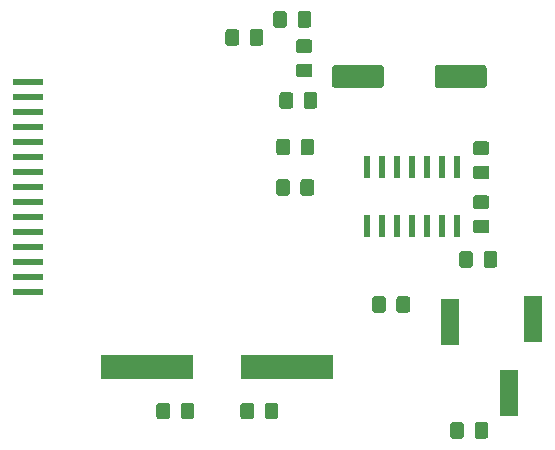
<source format=gbr>
G04 #@! TF.GenerationSoftware,KiCad,Pcbnew,(5.1.5)-3*
G04 #@! TF.CreationDate,2020-01-25T15:55:35+03:00*
G04 #@! TF.ProjectId,CASIO PB-1000 YM2413 Soundcard,43415349-4f20-4504-922d-313030302059,rev?*
G04 #@! TF.SameCoordinates,Original*
G04 #@! TF.FileFunction,Paste,Top*
G04 #@! TF.FilePolarity,Positive*
%FSLAX46Y46*%
G04 Gerber Fmt 4.6, Leading zero omitted, Abs format (unit mm)*
G04 Created by KiCad (PCBNEW (5.1.5)-3) date 2020-01-25 15:55:35*
%MOMM*%
%LPD*%
G04 APERTURE LIST*
%ADD10C,0.100000*%
%ADD11R,7.875000X2.000000*%
%ADD12R,0.558800X1.981200*%
%ADD13R,1.500000X4.000000*%
%ADD14R,2.540000X0.600000*%
G04 APERTURE END LIST*
D10*
G36*
X131921505Y-93281204D02*
G01*
X131945773Y-93284804D01*
X131969572Y-93290765D01*
X131992671Y-93299030D01*
X132014850Y-93309520D01*
X132035893Y-93322132D01*
X132055599Y-93336747D01*
X132073777Y-93353223D01*
X132090253Y-93371401D01*
X132104868Y-93391107D01*
X132117480Y-93412150D01*
X132127970Y-93434329D01*
X132136235Y-93457428D01*
X132142196Y-93481227D01*
X132145796Y-93505495D01*
X132147000Y-93529999D01*
X132147000Y-94430001D01*
X132145796Y-94454505D01*
X132142196Y-94478773D01*
X132136235Y-94502572D01*
X132127970Y-94525671D01*
X132117480Y-94547850D01*
X132104868Y-94568893D01*
X132090253Y-94588599D01*
X132073777Y-94606777D01*
X132055599Y-94623253D01*
X132035893Y-94637868D01*
X132014850Y-94650480D01*
X131992671Y-94660970D01*
X131969572Y-94669235D01*
X131945773Y-94675196D01*
X131921505Y-94678796D01*
X131897001Y-94680000D01*
X131246999Y-94680000D01*
X131222495Y-94678796D01*
X131198227Y-94675196D01*
X131174428Y-94669235D01*
X131151329Y-94660970D01*
X131129150Y-94650480D01*
X131108107Y-94637868D01*
X131088401Y-94623253D01*
X131070223Y-94606777D01*
X131053747Y-94588599D01*
X131039132Y-94568893D01*
X131026520Y-94547850D01*
X131016030Y-94525671D01*
X131007765Y-94502572D01*
X131001804Y-94478773D01*
X130998204Y-94454505D01*
X130997000Y-94430001D01*
X130997000Y-93529999D01*
X130998204Y-93505495D01*
X131001804Y-93481227D01*
X131007765Y-93457428D01*
X131016030Y-93434329D01*
X131026520Y-93412150D01*
X131039132Y-93391107D01*
X131053747Y-93371401D01*
X131070223Y-93353223D01*
X131088401Y-93336747D01*
X131108107Y-93322132D01*
X131129150Y-93309520D01*
X131151329Y-93299030D01*
X131174428Y-93290765D01*
X131198227Y-93284804D01*
X131222495Y-93281204D01*
X131246999Y-93280000D01*
X131897001Y-93280000D01*
X131921505Y-93281204D01*
G37*
G36*
X133971505Y-93281204D02*
G01*
X133995773Y-93284804D01*
X134019572Y-93290765D01*
X134042671Y-93299030D01*
X134064850Y-93309520D01*
X134085893Y-93322132D01*
X134105599Y-93336747D01*
X134123777Y-93353223D01*
X134140253Y-93371401D01*
X134154868Y-93391107D01*
X134167480Y-93412150D01*
X134177970Y-93434329D01*
X134186235Y-93457428D01*
X134192196Y-93481227D01*
X134195796Y-93505495D01*
X134197000Y-93529999D01*
X134197000Y-94430001D01*
X134195796Y-94454505D01*
X134192196Y-94478773D01*
X134186235Y-94502572D01*
X134177970Y-94525671D01*
X134167480Y-94547850D01*
X134154868Y-94568893D01*
X134140253Y-94588599D01*
X134123777Y-94606777D01*
X134105599Y-94623253D01*
X134085893Y-94637868D01*
X134064850Y-94650480D01*
X134042671Y-94660970D01*
X134019572Y-94669235D01*
X133995773Y-94675196D01*
X133971505Y-94678796D01*
X133947001Y-94680000D01*
X133296999Y-94680000D01*
X133272495Y-94678796D01*
X133248227Y-94675196D01*
X133224428Y-94669235D01*
X133201329Y-94660970D01*
X133179150Y-94650480D01*
X133158107Y-94637868D01*
X133138401Y-94623253D01*
X133120223Y-94606777D01*
X133103747Y-94588599D01*
X133089132Y-94568893D01*
X133076520Y-94547850D01*
X133066030Y-94525671D01*
X133057765Y-94502572D01*
X133051804Y-94478773D01*
X133048204Y-94454505D01*
X133047000Y-94430001D01*
X133047000Y-93529999D01*
X133048204Y-93505495D01*
X133051804Y-93481227D01*
X133057765Y-93457428D01*
X133066030Y-93434329D01*
X133076520Y-93412150D01*
X133089132Y-93391107D01*
X133103747Y-93371401D01*
X133120223Y-93353223D01*
X133138401Y-93336747D01*
X133158107Y-93322132D01*
X133179150Y-93309520D01*
X133201329Y-93299030D01*
X133224428Y-93290765D01*
X133248227Y-93284804D01*
X133272495Y-93281204D01*
X133296999Y-93280000D01*
X133947001Y-93280000D01*
X133971505Y-93281204D01*
G37*
D11*
X136239500Y-121920000D03*
X124364500Y-121920000D03*
D12*
X143002000Y-104978200D03*
X144272000Y-104978200D03*
X145542000Y-104978200D03*
X146812000Y-104978200D03*
X148082000Y-104978200D03*
X149352000Y-104978200D03*
X150622000Y-104978200D03*
X150622000Y-109905800D03*
X149352000Y-109905800D03*
X148082000Y-109905800D03*
X146812000Y-109905800D03*
X145542000Y-109905800D03*
X144272000Y-109905800D03*
X143002000Y-109905800D03*
D10*
G36*
X153128505Y-109408204D02*
G01*
X153152773Y-109411804D01*
X153176572Y-109417765D01*
X153199671Y-109426030D01*
X153221850Y-109436520D01*
X153242893Y-109449132D01*
X153262599Y-109463747D01*
X153280777Y-109480223D01*
X153297253Y-109498401D01*
X153311868Y-109518107D01*
X153324480Y-109539150D01*
X153334970Y-109561329D01*
X153343235Y-109584428D01*
X153349196Y-109608227D01*
X153352796Y-109632495D01*
X153354000Y-109656999D01*
X153354000Y-110307001D01*
X153352796Y-110331505D01*
X153349196Y-110355773D01*
X153343235Y-110379572D01*
X153334970Y-110402671D01*
X153324480Y-110424850D01*
X153311868Y-110445893D01*
X153297253Y-110465599D01*
X153280777Y-110483777D01*
X153262599Y-110500253D01*
X153242893Y-110514868D01*
X153221850Y-110527480D01*
X153199671Y-110537970D01*
X153176572Y-110546235D01*
X153152773Y-110552196D01*
X153128505Y-110555796D01*
X153104001Y-110557000D01*
X152203999Y-110557000D01*
X152179495Y-110555796D01*
X152155227Y-110552196D01*
X152131428Y-110546235D01*
X152108329Y-110537970D01*
X152086150Y-110527480D01*
X152065107Y-110514868D01*
X152045401Y-110500253D01*
X152027223Y-110483777D01*
X152010747Y-110465599D01*
X151996132Y-110445893D01*
X151983520Y-110424850D01*
X151973030Y-110402671D01*
X151964765Y-110379572D01*
X151958804Y-110355773D01*
X151955204Y-110331505D01*
X151954000Y-110307001D01*
X151954000Y-109656999D01*
X151955204Y-109632495D01*
X151958804Y-109608227D01*
X151964765Y-109584428D01*
X151973030Y-109561329D01*
X151983520Y-109539150D01*
X151996132Y-109518107D01*
X152010747Y-109498401D01*
X152027223Y-109480223D01*
X152045401Y-109463747D01*
X152065107Y-109449132D01*
X152086150Y-109436520D01*
X152108329Y-109426030D01*
X152131428Y-109417765D01*
X152155227Y-109411804D01*
X152179495Y-109408204D01*
X152203999Y-109407000D01*
X153104001Y-109407000D01*
X153128505Y-109408204D01*
G37*
G36*
X153128505Y-107358204D02*
G01*
X153152773Y-107361804D01*
X153176572Y-107367765D01*
X153199671Y-107376030D01*
X153221850Y-107386520D01*
X153242893Y-107399132D01*
X153262599Y-107413747D01*
X153280777Y-107430223D01*
X153297253Y-107448401D01*
X153311868Y-107468107D01*
X153324480Y-107489150D01*
X153334970Y-107511329D01*
X153343235Y-107534428D01*
X153349196Y-107558227D01*
X153352796Y-107582495D01*
X153354000Y-107606999D01*
X153354000Y-108257001D01*
X153352796Y-108281505D01*
X153349196Y-108305773D01*
X153343235Y-108329572D01*
X153334970Y-108352671D01*
X153324480Y-108374850D01*
X153311868Y-108395893D01*
X153297253Y-108415599D01*
X153280777Y-108433777D01*
X153262599Y-108450253D01*
X153242893Y-108464868D01*
X153221850Y-108477480D01*
X153199671Y-108487970D01*
X153176572Y-108496235D01*
X153152773Y-108502196D01*
X153128505Y-108505796D01*
X153104001Y-108507000D01*
X152203999Y-108507000D01*
X152179495Y-108505796D01*
X152155227Y-108502196D01*
X152131428Y-108496235D01*
X152108329Y-108487970D01*
X152086150Y-108477480D01*
X152065107Y-108464868D01*
X152045401Y-108450253D01*
X152027223Y-108433777D01*
X152010747Y-108415599D01*
X151996132Y-108395893D01*
X151983520Y-108374850D01*
X151973030Y-108352671D01*
X151964765Y-108329572D01*
X151958804Y-108305773D01*
X151955204Y-108281505D01*
X151954000Y-108257001D01*
X151954000Y-107606999D01*
X151955204Y-107582495D01*
X151958804Y-107558227D01*
X151964765Y-107534428D01*
X151973030Y-107511329D01*
X151983520Y-107489150D01*
X151996132Y-107468107D01*
X152010747Y-107448401D01*
X152027223Y-107430223D01*
X152045401Y-107413747D01*
X152065107Y-107399132D01*
X152086150Y-107386520D01*
X152108329Y-107376030D01*
X152131428Y-107367765D01*
X152155227Y-107361804D01*
X152179495Y-107358204D01*
X152203999Y-107357000D01*
X153104001Y-107357000D01*
X153128505Y-107358204D01*
G37*
G36*
X151724505Y-112077204D02*
G01*
X151748773Y-112080804D01*
X151772572Y-112086765D01*
X151795671Y-112095030D01*
X151817850Y-112105520D01*
X151838893Y-112118132D01*
X151858599Y-112132747D01*
X151876777Y-112149223D01*
X151893253Y-112167401D01*
X151907868Y-112187107D01*
X151920480Y-112208150D01*
X151930970Y-112230329D01*
X151939235Y-112253428D01*
X151945196Y-112277227D01*
X151948796Y-112301495D01*
X151950000Y-112325999D01*
X151950000Y-113226001D01*
X151948796Y-113250505D01*
X151945196Y-113274773D01*
X151939235Y-113298572D01*
X151930970Y-113321671D01*
X151920480Y-113343850D01*
X151907868Y-113364893D01*
X151893253Y-113384599D01*
X151876777Y-113402777D01*
X151858599Y-113419253D01*
X151838893Y-113433868D01*
X151817850Y-113446480D01*
X151795671Y-113456970D01*
X151772572Y-113465235D01*
X151748773Y-113471196D01*
X151724505Y-113474796D01*
X151700001Y-113476000D01*
X151049999Y-113476000D01*
X151025495Y-113474796D01*
X151001227Y-113471196D01*
X150977428Y-113465235D01*
X150954329Y-113456970D01*
X150932150Y-113446480D01*
X150911107Y-113433868D01*
X150891401Y-113419253D01*
X150873223Y-113402777D01*
X150856747Y-113384599D01*
X150842132Y-113364893D01*
X150829520Y-113343850D01*
X150819030Y-113321671D01*
X150810765Y-113298572D01*
X150804804Y-113274773D01*
X150801204Y-113250505D01*
X150800000Y-113226001D01*
X150800000Y-112325999D01*
X150801204Y-112301495D01*
X150804804Y-112277227D01*
X150810765Y-112253428D01*
X150819030Y-112230329D01*
X150829520Y-112208150D01*
X150842132Y-112187107D01*
X150856747Y-112167401D01*
X150873223Y-112149223D01*
X150891401Y-112132747D01*
X150911107Y-112118132D01*
X150932150Y-112105520D01*
X150954329Y-112095030D01*
X150977428Y-112086765D01*
X151001227Y-112080804D01*
X151025495Y-112077204D01*
X151049999Y-112076000D01*
X151700001Y-112076000D01*
X151724505Y-112077204D01*
G37*
G36*
X153774505Y-112077204D02*
G01*
X153798773Y-112080804D01*
X153822572Y-112086765D01*
X153845671Y-112095030D01*
X153867850Y-112105520D01*
X153888893Y-112118132D01*
X153908599Y-112132747D01*
X153926777Y-112149223D01*
X153943253Y-112167401D01*
X153957868Y-112187107D01*
X153970480Y-112208150D01*
X153980970Y-112230329D01*
X153989235Y-112253428D01*
X153995196Y-112277227D01*
X153998796Y-112301495D01*
X154000000Y-112325999D01*
X154000000Y-113226001D01*
X153998796Y-113250505D01*
X153995196Y-113274773D01*
X153989235Y-113298572D01*
X153980970Y-113321671D01*
X153970480Y-113343850D01*
X153957868Y-113364893D01*
X153943253Y-113384599D01*
X153926777Y-113402777D01*
X153908599Y-113419253D01*
X153888893Y-113433868D01*
X153867850Y-113446480D01*
X153845671Y-113456970D01*
X153822572Y-113465235D01*
X153798773Y-113471196D01*
X153774505Y-113474796D01*
X153750001Y-113476000D01*
X153099999Y-113476000D01*
X153075495Y-113474796D01*
X153051227Y-113471196D01*
X153027428Y-113465235D01*
X153004329Y-113456970D01*
X152982150Y-113446480D01*
X152961107Y-113433868D01*
X152941401Y-113419253D01*
X152923223Y-113402777D01*
X152906747Y-113384599D01*
X152892132Y-113364893D01*
X152879520Y-113343850D01*
X152869030Y-113321671D01*
X152860765Y-113298572D01*
X152854804Y-113274773D01*
X152851204Y-113250505D01*
X152850000Y-113226001D01*
X152850000Y-112325999D01*
X152851204Y-112301495D01*
X152854804Y-112277227D01*
X152860765Y-112253428D01*
X152869030Y-112230329D01*
X152879520Y-112208150D01*
X152892132Y-112187107D01*
X152906747Y-112167401D01*
X152923223Y-112149223D01*
X152941401Y-112132747D01*
X152961107Y-112118132D01*
X152982150Y-112105520D01*
X153004329Y-112095030D01*
X153027428Y-112086765D01*
X153051227Y-112080804D01*
X153075495Y-112077204D01*
X153099999Y-112076000D01*
X153750001Y-112076000D01*
X153774505Y-112077204D01*
G37*
G36*
X136493505Y-98615204D02*
G01*
X136517773Y-98618804D01*
X136541572Y-98624765D01*
X136564671Y-98633030D01*
X136586850Y-98643520D01*
X136607893Y-98656132D01*
X136627599Y-98670747D01*
X136645777Y-98687223D01*
X136662253Y-98705401D01*
X136676868Y-98725107D01*
X136689480Y-98746150D01*
X136699970Y-98768329D01*
X136708235Y-98791428D01*
X136714196Y-98815227D01*
X136717796Y-98839495D01*
X136719000Y-98863999D01*
X136719000Y-99764001D01*
X136717796Y-99788505D01*
X136714196Y-99812773D01*
X136708235Y-99836572D01*
X136699970Y-99859671D01*
X136689480Y-99881850D01*
X136676868Y-99902893D01*
X136662253Y-99922599D01*
X136645777Y-99940777D01*
X136627599Y-99957253D01*
X136607893Y-99971868D01*
X136586850Y-99984480D01*
X136564671Y-99994970D01*
X136541572Y-100003235D01*
X136517773Y-100009196D01*
X136493505Y-100012796D01*
X136469001Y-100014000D01*
X135818999Y-100014000D01*
X135794495Y-100012796D01*
X135770227Y-100009196D01*
X135746428Y-100003235D01*
X135723329Y-99994970D01*
X135701150Y-99984480D01*
X135680107Y-99971868D01*
X135660401Y-99957253D01*
X135642223Y-99940777D01*
X135625747Y-99922599D01*
X135611132Y-99902893D01*
X135598520Y-99881850D01*
X135588030Y-99859671D01*
X135579765Y-99836572D01*
X135573804Y-99812773D01*
X135570204Y-99788505D01*
X135569000Y-99764001D01*
X135569000Y-98863999D01*
X135570204Y-98839495D01*
X135573804Y-98815227D01*
X135579765Y-98791428D01*
X135588030Y-98768329D01*
X135598520Y-98746150D01*
X135611132Y-98725107D01*
X135625747Y-98705401D01*
X135642223Y-98687223D01*
X135660401Y-98670747D01*
X135680107Y-98656132D01*
X135701150Y-98643520D01*
X135723329Y-98633030D01*
X135746428Y-98624765D01*
X135770227Y-98618804D01*
X135794495Y-98615204D01*
X135818999Y-98614000D01*
X136469001Y-98614000D01*
X136493505Y-98615204D01*
G37*
G36*
X138543505Y-98615204D02*
G01*
X138567773Y-98618804D01*
X138591572Y-98624765D01*
X138614671Y-98633030D01*
X138636850Y-98643520D01*
X138657893Y-98656132D01*
X138677599Y-98670747D01*
X138695777Y-98687223D01*
X138712253Y-98705401D01*
X138726868Y-98725107D01*
X138739480Y-98746150D01*
X138749970Y-98768329D01*
X138758235Y-98791428D01*
X138764196Y-98815227D01*
X138767796Y-98839495D01*
X138769000Y-98863999D01*
X138769000Y-99764001D01*
X138767796Y-99788505D01*
X138764196Y-99812773D01*
X138758235Y-99836572D01*
X138749970Y-99859671D01*
X138739480Y-99881850D01*
X138726868Y-99902893D01*
X138712253Y-99922599D01*
X138695777Y-99940777D01*
X138677599Y-99957253D01*
X138657893Y-99971868D01*
X138636850Y-99984480D01*
X138614671Y-99994970D01*
X138591572Y-100003235D01*
X138567773Y-100009196D01*
X138543505Y-100012796D01*
X138519001Y-100014000D01*
X137868999Y-100014000D01*
X137844495Y-100012796D01*
X137820227Y-100009196D01*
X137796428Y-100003235D01*
X137773329Y-99994970D01*
X137751150Y-99984480D01*
X137730107Y-99971868D01*
X137710401Y-99957253D01*
X137692223Y-99940777D01*
X137675747Y-99922599D01*
X137661132Y-99902893D01*
X137648520Y-99881850D01*
X137638030Y-99859671D01*
X137629765Y-99836572D01*
X137623804Y-99812773D01*
X137620204Y-99788505D01*
X137619000Y-99764001D01*
X137619000Y-98863999D01*
X137620204Y-98839495D01*
X137623804Y-98815227D01*
X137629765Y-98791428D01*
X137638030Y-98768329D01*
X137648520Y-98746150D01*
X137661132Y-98725107D01*
X137675747Y-98705401D01*
X137692223Y-98687223D01*
X137710401Y-98670747D01*
X137730107Y-98656132D01*
X137751150Y-98643520D01*
X137773329Y-98633030D01*
X137796428Y-98624765D01*
X137820227Y-98618804D01*
X137844495Y-98615204D01*
X137868999Y-98614000D01*
X138519001Y-98614000D01*
X138543505Y-98615204D01*
G37*
G36*
X136221505Y-105981204D02*
G01*
X136245773Y-105984804D01*
X136269572Y-105990765D01*
X136292671Y-105999030D01*
X136314850Y-106009520D01*
X136335893Y-106022132D01*
X136355599Y-106036747D01*
X136373777Y-106053223D01*
X136390253Y-106071401D01*
X136404868Y-106091107D01*
X136417480Y-106112150D01*
X136427970Y-106134329D01*
X136436235Y-106157428D01*
X136442196Y-106181227D01*
X136445796Y-106205495D01*
X136447000Y-106229999D01*
X136447000Y-107130001D01*
X136445796Y-107154505D01*
X136442196Y-107178773D01*
X136436235Y-107202572D01*
X136427970Y-107225671D01*
X136417480Y-107247850D01*
X136404868Y-107268893D01*
X136390253Y-107288599D01*
X136373777Y-107306777D01*
X136355599Y-107323253D01*
X136335893Y-107337868D01*
X136314850Y-107350480D01*
X136292671Y-107360970D01*
X136269572Y-107369235D01*
X136245773Y-107375196D01*
X136221505Y-107378796D01*
X136197001Y-107380000D01*
X135546999Y-107380000D01*
X135522495Y-107378796D01*
X135498227Y-107375196D01*
X135474428Y-107369235D01*
X135451329Y-107360970D01*
X135429150Y-107350480D01*
X135408107Y-107337868D01*
X135388401Y-107323253D01*
X135370223Y-107306777D01*
X135353747Y-107288599D01*
X135339132Y-107268893D01*
X135326520Y-107247850D01*
X135316030Y-107225671D01*
X135307765Y-107202572D01*
X135301804Y-107178773D01*
X135298204Y-107154505D01*
X135297000Y-107130001D01*
X135297000Y-106229999D01*
X135298204Y-106205495D01*
X135301804Y-106181227D01*
X135307765Y-106157428D01*
X135316030Y-106134329D01*
X135326520Y-106112150D01*
X135339132Y-106091107D01*
X135353747Y-106071401D01*
X135370223Y-106053223D01*
X135388401Y-106036747D01*
X135408107Y-106022132D01*
X135429150Y-106009520D01*
X135451329Y-105999030D01*
X135474428Y-105990765D01*
X135498227Y-105984804D01*
X135522495Y-105981204D01*
X135546999Y-105980000D01*
X136197001Y-105980000D01*
X136221505Y-105981204D01*
G37*
G36*
X138271505Y-105981204D02*
G01*
X138295773Y-105984804D01*
X138319572Y-105990765D01*
X138342671Y-105999030D01*
X138364850Y-106009520D01*
X138385893Y-106022132D01*
X138405599Y-106036747D01*
X138423777Y-106053223D01*
X138440253Y-106071401D01*
X138454868Y-106091107D01*
X138467480Y-106112150D01*
X138477970Y-106134329D01*
X138486235Y-106157428D01*
X138492196Y-106181227D01*
X138495796Y-106205495D01*
X138497000Y-106229999D01*
X138497000Y-107130001D01*
X138495796Y-107154505D01*
X138492196Y-107178773D01*
X138486235Y-107202572D01*
X138477970Y-107225671D01*
X138467480Y-107247850D01*
X138454868Y-107268893D01*
X138440253Y-107288599D01*
X138423777Y-107306777D01*
X138405599Y-107323253D01*
X138385893Y-107337868D01*
X138364850Y-107350480D01*
X138342671Y-107360970D01*
X138319572Y-107369235D01*
X138295773Y-107375196D01*
X138271505Y-107378796D01*
X138247001Y-107380000D01*
X137596999Y-107380000D01*
X137572495Y-107378796D01*
X137548227Y-107375196D01*
X137524428Y-107369235D01*
X137501329Y-107360970D01*
X137479150Y-107350480D01*
X137458107Y-107337868D01*
X137438401Y-107323253D01*
X137420223Y-107306777D01*
X137403747Y-107288599D01*
X137389132Y-107268893D01*
X137376520Y-107247850D01*
X137366030Y-107225671D01*
X137357765Y-107202572D01*
X137351804Y-107178773D01*
X137348204Y-107154505D01*
X137347000Y-107130001D01*
X137347000Y-106229999D01*
X137348204Y-106205495D01*
X137351804Y-106181227D01*
X137357765Y-106157428D01*
X137366030Y-106134329D01*
X137376520Y-106112150D01*
X137389132Y-106091107D01*
X137403747Y-106071401D01*
X137420223Y-106053223D01*
X137438401Y-106036747D01*
X137458107Y-106022132D01*
X137479150Y-106009520D01*
X137501329Y-105999030D01*
X137524428Y-105990765D01*
X137548227Y-105984804D01*
X137572495Y-105981204D01*
X137596999Y-105980000D01*
X138247001Y-105980000D01*
X138271505Y-105981204D01*
G37*
G36*
X136230505Y-102552204D02*
G01*
X136254773Y-102555804D01*
X136278572Y-102561765D01*
X136301671Y-102570030D01*
X136323850Y-102580520D01*
X136344893Y-102593132D01*
X136364599Y-102607747D01*
X136382777Y-102624223D01*
X136399253Y-102642401D01*
X136413868Y-102662107D01*
X136426480Y-102683150D01*
X136436970Y-102705329D01*
X136445235Y-102728428D01*
X136451196Y-102752227D01*
X136454796Y-102776495D01*
X136456000Y-102800999D01*
X136456000Y-103701001D01*
X136454796Y-103725505D01*
X136451196Y-103749773D01*
X136445235Y-103773572D01*
X136436970Y-103796671D01*
X136426480Y-103818850D01*
X136413868Y-103839893D01*
X136399253Y-103859599D01*
X136382777Y-103877777D01*
X136364599Y-103894253D01*
X136344893Y-103908868D01*
X136323850Y-103921480D01*
X136301671Y-103931970D01*
X136278572Y-103940235D01*
X136254773Y-103946196D01*
X136230505Y-103949796D01*
X136206001Y-103951000D01*
X135555999Y-103951000D01*
X135531495Y-103949796D01*
X135507227Y-103946196D01*
X135483428Y-103940235D01*
X135460329Y-103931970D01*
X135438150Y-103921480D01*
X135417107Y-103908868D01*
X135397401Y-103894253D01*
X135379223Y-103877777D01*
X135362747Y-103859599D01*
X135348132Y-103839893D01*
X135335520Y-103818850D01*
X135325030Y-103796671D01*
X135316765Y-103773572D01*
X135310804Y-103749773D01*
X135307204Y-103725505D01*
X135306000Y-103701001D01*
X135306000Y-102800999D01*
X135307204Y-102776495D01*
X135310804Y-102752227D01*
X135316765Y-102728428D01*
X135325030Y-102705329D01*
X135335520Y-102683150D01*
X135348132Y-102662107D01*
X135362747Y-102642401D01*
X135379223Y-102624223D01*
X135397401Y-102607747D01*
X135417107Y-102593132D01*
X135438150Y-102580520D01*
X135460329Y-102570030D01*
X135483428Y-102561765D01*
X135507227Y-102555804D01*
X135531495Y-102552204D01*
X135555999Y-102551000D01*
X136206001Y-102551000D01*
X136230505Y-102552204D01*
G37*
G36*
X138280505Y-102552204D02*
G01*
X138304773Y-102555804D01*
X138328572Y-102561765D01*
X138351671Y-102570030D01*
X138373850Y-102580520D01*
X138394893Y-102593132D01*
X138414599Y-102607747D01*
X138432777Y-102624223D01*
X138449253Y-102642401D01*
X138463868Y-102662107D01*
X138476480Y-102683150D01*
X138486970Y-102705329D01*
X138495235Y-102728428D01*
X138501196Y-102752227D01*
X138504796Y-102776495D01*
X138506000Y-102800999D01*
X138506000Y-103701001D01*
X138504796Y-103725505D01*
X138501196Y-103749773D01*
X138495235Y-103773572D01*
X138486970Y-103796671D01*
X138476480Y-103818850D01*
X138463868Y-103839893D01*
X138449253Y-103859599D01*
X138432777Y-103877777D01*
X138414599Y-103894253D01*
X138394893Y-103908868D01*
X138373850Y-103921480D01*
X138351671Y-103931970D01*
X138328572Y-103940235D01*
X138304773Y-103946196D01*
X138280505Y-103949796D01*
X138256001Y-103951000D01*
X137605999Y-103951000D01*
X137581495Y-103949796D01*
X137557227Y-103946196D01*
X137533428Y-103940235D01*
X137510329Y-103931970D01*
X137488150Y-103921480D01*
X137467107Y-103908868D01*
X137447401Y-103894253D01*
X137429223Y-103877777D01*
X137412747Y-103859599D01*
X137398132Y-103839893D01*
X137385520Y-103818850D01*
X137375030Y-103796671D01*
X137366765Y-103773572D01*
X137360804Y-103749773D01*
X137357204Y-103725505D01*
X137356000Y-103701001D01*
X137356000Y-102800999D01*
X137357204Y-102776495D01*
X137360804Y-102752227D01*
X137366765Y-102728428D01*
X137375030Y-102705329D01*
X137385520Y-102683150D01*
X137398132Y-102662107D01*
X137412747Y-102642401D01*
X137429223Y-102624223D01*
X137447401Y-102607747D01*
X137467107Y-102593132D01*
X137488150Y-102580520D01*
X137510329Y-102570030D01*
X137533428Y-102561765D01*
X137557227Y-102555804D01*
X137581495Y-102552204D01*
X137605999Y-102551000D01*
X138256001Y-102551000D01*
X138280505Y-102552204D01*
G37*
G36*
X138142505Y-94150204D02*
G01*
X138166773Y-94153804D01*
X138190572Y-94159765D01*
X138213671Y-94168030D01*
X138235850Y-94178520D01*
X138256893Y-94191132D01*
X138276599Y-94205747D01*
X138294777Y-94222223D01*
X138311253Y-94240401D01*
X138325868Y-94260107D01*
X138338480Y-94281150D01*
X138348970Y-94303329D01*
X138357235Y-94326428D01*
X138363196Y-94350227D01*
X138366796Y-94374495D01*
X138368000Y-94398999D01*
X138368000Y-95049001D01*
X138366796Y-95073505D01*
X138363196Y-95097773D01*
X138357235Y-95121572D01*
X138348970Y-95144671D01*
X138338480Y-95166850D01*
X138325868Y-95187893D01*
X138311253Y-95207599D01*
X138294777Y-95225777D01*
X138276599Y-95242253D01*
X138256893Y-95256868D01*
X138235850Y-95269480D01*
X138213671Y-95279970D01*
X138190572Y-95288235D01*
X138166773Y-95294196D01*
X138142505Y-95297796D01*
X138118001Y-95299000D01*
X137217999Y-95299000D01*
X137193495Y-95297796D01*
X137169227Y-95294196D01*
X137145428Y-95288235D01*
X137122329Y-95279970D01*
X137100150Y-95269480D01*
X137079107Y-95256868D01*
X137059401Y-95242253D01*
X137041223Y-95225777D01*
X137024747Y-95207599D01*
X137010132Y-95187893D01*
X136997520Y-95166850D01*
X136987030Y-95144671D01*
X136978765Y-95121572D01*
X136972804Y-95097773D01*
X136969204Y-95073505D01*
X136968000Y-95049001D01*
X136968000Y-94398999D01*
X136969204Y-94374495D01*
X136972804Y-94350227D01*
X136978765Y-94326428D01*
X136987030Y-94303329D01*
X136997520Y-94281150D01*
X137010132Y-94260107D01*
X137024747Y-94240401D01*
X137041223Y-94222223D01*
X137059401Y-94205747D01*
X137079107Y-94191132D01*
X137100150Y-94178520D01*
X137122329Y-94168030D01*
X137145428Y-94159765D01*
X137169227Y-94153804D01*
X137193495Y-94150204D01*
X137217999Y-94149000D01*
X138118001Y-94149000D01*
X138142505Y-94150204D01*
G37*
G36*
X138142505Y-96200204D02*
G01*
X138166773Y-96203804D01*
X138190572Y-96209765D01*
X138213671Y-96218030D01*
X138235850Y-96228520D01*
X138256893Y-96241132D01*
X138276599Y-96255747D01*
X138294777Y-96272223D01*
X138311253Y-96290401D01*
X138325868Y-96310107D01*
X138338480Y-96331150D01*
X138348970Y-96353329D01*
X138357235Y-96376428D01*
X138363196Y-96400227D01*
X138366796Y-96424495D01*
X138368000Y-96448999D01*
X138368000Y-97099001D01*
X138366796Y-97123505D01*
X138363196Y-97147773D01*
X138357235Y-97171572D01*
X138348970Y-97194671D01*
X138338480Y-97216850D01*
X138325868Y-97237893D01*
X138311253Y-97257599D01*
X138294777Y-97275777D01*
X138276599Y-97292253D01*
X138256893Y-97306868D01*
X138235850Y-97319480D01*
X138213671Y-97329970D01*
X138190572Y-97338235D01*
X138166773Y-97344196D01*
X138142505Y-97347796D01*
X138118001Y-97349000D01*
X137217999Y-97349000D01*
X137193495Y-97347796D01*
X137169227Y-97344196D01*
X137145428Y-97338235D01*
X137122329Y-97329970D01*
X137100150Y-97319480D01*
X137079107Y-97306868D01*
X137059401Y-97292253D01*
X137041223Y-97275777D01*
X137024747Y-97257599D01*
X137010132Y-97237893D01*
X136997520Y-97216850D01*
X136987030Y-97194671D01*
X136978765Y-97171572D01*
X136972804Y-97147773D01*
X136969204Y-97123505D01*
X136968000Y-97099001D01*
X136968000Y-96448999D01*
X136969204Y-96424495D01*
X136972804Y-96400227D01*
X136978765Y-96376428D01*
X136987030Y-96353329D01*
X136997520Y-96331150D01*
X137010132Y-96310107D01*
X137024747Y-96290401D01*
X137041223Y-96272223D01*
X137059401Y-96255747D01*
X137079107Y-96241132D01*
X137100150Y-96228520D01*
X137122329Y-96218030D01*
X137145428Y-96209765D01*
X137169227Y-96203804D01*
X137193495Y-96200204D01*
X137217999Y-96199000D01*
X138118001Y-96199000D01*
X138142505Y-96200204D01*
G37*
G36*
X138026505Y-91757204D02*
G01*
X138050773Y-91760804D01*
X138074572Y-91766765D01*
X138097671Y-91775030D01*
X138119850Y-91785520D01*
X138140893Y-91798132D01*
X138160599Y-91812747D01*
X138178777Y-91829223D01*
X138195253Y-91847401D01*
X138209868Y-91867107D01*
X138222480Y-91888150D01*
X138232970Y-91910329D01*
X138241235Y-91933428D01*
X138247196Y-91957227D01*
X138250796Y-91981495D01*
X138252000Y-92005999D01*
X138252000Y-92906001D01*
X138250796Y-92930505D01*
X138247196Y-92954773D01*
X138241235Y-92978572D01*
X138232970Y-93001671D01*
X138222480Y-93023850D01*
X138209868Y-93044893D01*
X138195253Y-93064599D01*
X138178777Y-93082777D01*
X138160599Y-93099253D01*
X138140893Y-93113868D01*
X138119850Y-93126480D01*
X138097671Y-93136970D01*
X138074572Y-93145235D01*
X138050773Y-93151196D01*
X138026505Y-93154796D01*
X138002001Y-93156000D01*
X137351999Y-93156000D01*
X137327495Y-93154796D01*
X137303227Y-93151196D01*
X137279428Y-93145235D01*
X137256329Y-93136970D01*
X137234150Y-93126480D01*
X137213107Y-93113868D01*
X137193401Y-93099253D01*
X137175223Y-93082777D01*
X137158747Y-93064599D01*
X137144132Y-93044893D01*
X137131520Y-93023850D01*
X137121030Y-93001671D01*
X137112765Y-92978572D01*
X137106804Y-92954773D01*
X137103204Y-92930505D01*
X137102000Y-92906001D01*
X137102000Y-92005999D01*
X137103204Y-91981495D01*
X137106804Y-91957227D01*
X137112765Y-91933428D01*
X137121030Y-91910329D01*
X137131520Y-91888150D01*
X137144132Y-91867107D01*
X137158747Y-91847401D01*
X137175223Y-91829223D01*
X137193401Y-91812747D01*
X137213107Y-91798132D01*
X137234150Y-91785520D01*
X137256329Y-91775030D01*
X137279428Y-91766765D01*
X137303227Y-91760804D01*
X137327495Y-91757204D01*
X137351999Y-91756000D01*
X138002001Y-91756000D01*
X138026505Y-91757204D01*
G37*
G36*
X135976505Y-91757204D02*
G01*
X136000773Y-91760804D01*
X136024572Y-91766765D01*
X136047671Y-91775030D01*
X136069850Y-91785520D01*
X136090893Y-91798132D01*
X136110599Y-91812747D01*
X136128777Y-91829223D01*
X136145253Y-91847401D01*
X136159868Y-91867107D01*
X136172480Y-91888150D01*
X136182970Y-91910329D01*
X136191235Y-91933428D01*
X136197196Y-91957227D01*
X136200796Y-91981495D01*
X136202000Y-92005999D01*
X136202000Y-92906001D01*
X136200796Y-92930505D01*
X136197196Y-92954773D01*
X136191235Y-92978572D01*
X136182970Y-93001671D01*
X136172480Y-93023850D01*
X136159868Y-93044893D01*
X136145253Y-93064599D01*
X136128777Y-93082777D01*
X136110599Y-93099253D01*
X136090893Y-93113868D01*
X136069850Y-93126480D01*
X136047671Y-93136970D01*
X136024572Y-93145235D01*
X136000773Y-93151196D01*
X135976505Y-93154796D01*
X135952001Y-93156000D01*
X135301999Y-93156000D01*
X135277495Y-93154796D01*
X135253227Y-93151196D01*
X135229428Y-93145235D01*
X135206329Y-93136970D01*
X135184150Y-93126480D01*
X135163107Y-93113868D01*
X135143401Y-93099253D01*
X135125223Y-93082777D01*
X135108747Y-93064599D01*
X135094132Y-93044893D01*
X135081520Y-93023850D01*
X135071030Y-93001671D01*
X135062765Y-92978572D01*
X135056804Y-92954773D01*
X135053204Y-92930505D01*
X135052000Y-92906001D01*
X135052000Y-92005999D01*
X135053204Y-91981495D01*
X135056804Y-91957227D01*
X135062765Y-91933428D01*
X135071030Y-91910329D01*
X135081520Y-91888150D01*
X135094132Y-91867107D01*
X135108747Y-91847401D01*
X135125223Y-91829223D01*
X135143401Y-91812747D01*
X135163107Y-91798132D01*
X135184150Y-91785520D01*
X135206329Y-91775030D01*
X135229428Y-91766765D01*
X135253227Y-91760804D01*
X135277495Y-91757204D01*
X135301999Y-91756000D01*
X135952001Y-91756000D01*
X135976505Y-91757204D01*
G37*
D13*
X150011000Y-118081000D03*
X155011000Y-124081000D03*
X157011000Y-117831000D03*
D14*
X114300000Y-97790000D03*
X114300000Y-99060000D03*
X114300000Y-100330000D03*
X114300000Y-101600000D03*
X114300000Y-102870000D03*
X114300000Y-104140000D03*
X114300000Y-105410000D03*
X114300000Y-106680000D03*
X114300000Y-107950000D03*
X114300000Y-109220000D03*
X114300000Y-110490000D03*
X114300000Y-111760000D03*
X114300000Y-113030000D03*
X114300000Y-114300000D03*
X114300000Y-115570000D03*
D10*
G36*
X153012505Y-126555204D02*
G01*
X153036773Y-126558804D01*
X153060572Y-126564765D01*
X153083671Y-126573030D01*
X153105850Y-126583520D01*
X153126893Y-126596132D01*
X153146599Y-126610747D01*
X153164777Y-126627223D01*
X153181253Y-126645401D01*
X153195868Y-126665107D01*
X153208480Y-126686150D01*
X153218970Y-126708329D01*
X153227235Y-126731428D01*
X153233196Y-126755227D01*
X153236796Y-126779495D01*
X153238000Y-126803999D01*
X153238000Y-127704001D01*
X153236796Y-127728505D01*
X153233196Y-127752773D01*
X153227235Y-127776572D01*
X153218970Y-127799671D01*
X153208480Y-127821850D01*
X153195868Y-127842893D01*
X153181253Y-127862599D01*
X153164777Y-127880777D01*
X153146599Y-127897253D01*
X153126893Y-127911868D01*
X153105850Y-127924480D01*
X153083671Y-127934970D01*
X153060572Y-127943235D01*
X153036773Y-127949196D01*
X153012505Y-127952796D01*
X152988001Y-127954000D01*
X152337999Y-127954000D01*
X152313495Y-127952796D01*
X152289227Y-127949196D01*
X152265428Y-127943235D01*
X152242329Y-127934970D01*
X152220150Y-127924480D01*
X152199107Y-127911868D01*
X152179401Y-127897253D01*
X152161223Y-127880777D01*
X152144747Y-127862599D01*
X152130132Y-127842893D01*
X152117520Y-127821850D01*
X152107030Y-127799671D01*
X152098765Y-127776572D01*
X152092804Y-127752773D01*
X152089204Y-127728505D01*
X152088000Y-127704001D01*
X152088000Y-126803999D01*
X152089204Y-126779495D01*
X152092804Y-126755227D01*
X152098765Y-126731428D01*
X152107030Y-126708329D01*
X152117520Y-126686150D01*
X152130132Y-126665107D01*
X152144747Y-126645401D01*
X152161223Y-126627223D01*
X152179401Y-126610747D01*
X152199107Y-126596132D01*
X152220150Y-126583520D01*
X152242329Y-126573030D01*
X152265428Y-126564765D01*
X152289227Y-126558804D01*
X152313495Y-126555204D01*
X152337999Y-126554000D01*
X152988001Y-126554000D01*
X153012505Y-126555204D01*
G37*
G36*
X150962505Y-126555204D02*
G01*
X150986773Y-126558804D01*
X151010572Y-126564765D01*
X151033671Y-126573030D01*
X151055850Y-126583520D01*
X151076893Y-126596132D01*
X151096599Y-126610747D01*
X151114777Y-126627223D01*
X151131253Y-126645401D01*
X151145868Y-126665107D01*
X151158480Y-126686150D01*
X151168970Y-126708329D01*
X151177235Y-126731428D01*
X151183196Y-126755227D01*
X151186796Y-126779495D01*
X151188000Y-126803999D01*
X151188000Y-127704001D01*
X151186796Y-127728505D01*
X151183196Y-127752773D01*
X151177235Y-127776572D01*
X151168970Y-127799671D01*
X151158480Y-127821850D01*
X151145868Y-127842893D01*
X151131253Y-127862599D01*
X151114777Y-127880777D01*
X151096599Y-127897253D01*
X151076893Y-127911868D01*
X151055850Y-127924480D01*
X151033671Y-127934970D01*
X151010572Y-127943235D01*
X150986773Y-127949196D01*
X150962505Y-127952796D01*
X150938001Y-127954000D01*
X150287999Y-127954000D01*
X150263495Y-127952796D01*
X150239227Y-127949196D01*
X150215428Y-127943235D01*
X150192329Y-127934970D01*
X150170150Y-127924480D01*
X150149107Y-127911868D01*
X150129401Y-127897253D01*
X150111223Y-127880777D01*
X150094747Y-127862599D01*
X150080132Y-127842893D01*
X150067520Y-127821850D01*
X150057030Y-127799671D01*
X150048765Y-127776572D01*
X150042804Y-127752773D01*
X150039204Y-127728505D01*
X150038000Y-127704001D01*
X150038000Y-126803999D01*
X150039204Y-126779495D01*
X150042804Y-126755227D01*
X150048765Y-126731428D01*
X150057030Y-126708329D01*
X150067520Y-126686150D01*
X150080132Y-126665107D01*
X150094747Y-126645401D01*
X150111223Y-126627223D01*
X150129401Y-126610747D01*
X150149107Y-126596132D01*
X150170150Y-126583520D01*
X150192329Y-126573030D01*
X150215428Y-126564765D01*
X150239227Y-126558804D01*
X150263495Y-126555204D01*
X150287999Y-126554000D01*
X150938001Y-126554000D01*
X150962505Y-126555204D01*
G37*
G36*
X146399505Y-115887204D02*
G01*
X146423773Y-115890804D01*
X146447572Y-115896765D01*
X146470671Y-115905030D01*
X146492850Y-115915520D01*
X146513893Y-115928132D01*
X146533599Y-115942747D01*
X146551777Y-115959223D01*
X146568253Y-115977401D01*
X146582868Y-115997107D01*
X146595480Y-116018150D01*
X146605970Y-116040329D01*
X146614235Y-116063428D01*
X146620196Y-116087227D01*
X146623796Y-116111495D01*
X146625000Y-116135999D01*
X146625000Y-117036001D01*
X146623796Y-117060505D01*
X146620196Y-117084773D01*
X146614235Y-117108572D01*
X146605970Y-117131671D01*
X146595480Y-117153850D01*
X146582868Y-117174893D01*
X146568253Y-117194599D01*
X146551777Y-117212777D01*
X146533599Y-117229253D01*
X146513893Y-117243868D01*
X146492850Y-117256480D01*
X146470671Y-117266970D01*
X146447572Y-117275235D01*
X146423773Y-117281196D01*
X146399505Y-117284796D01*
X146375001Y-117286000D01*
X145724999Y-117286000D01*
X145700495Y-117284796D01*
X145676227Y-117281196D01*
X145652428Y-117275235D01*
X145629329Y-117266970D01*
X145607150Y-117256480D01*
X145586107Y-117243868D01*
X145566401Y-117229253D01*
X145548223Y-117212777D01*
X145531747Y-117194599D01*
X145517132Y-117174893D01*
X145504520Y-117153850D01*
X145494030Y-117131671D01*
X145485765Y-117108572D01*
X145479804Y-117084773D01*
X145476204Y-117060505D01*
X145475000Y-117036001D01*
X145475000Y-116135999D01*
X145476204Y-116111495D01*
X145479804Y-116087227D01*
X145485765Y-116063428D01*
X145494030Y-116040329D01*
X145504520Y-116018150D01*
X145517132Y-115997107D01*
X145531747Y-115977401D01*
X145548223Y-115959223D01*
X145566401Y-115942747D01*
X145586107Y-115928132D01*
X145607150Y-115915520D01*
X145629329Y-115905030D01*
X145652428Y-115896765D01*
X145676227Y-115890804D01*
X145700495Y-115887204D01*
X145724999Y-115886000D01*
X146375001Y-115886000D01*
X146399505Y-115887204D01*
G37*
G36*
X144349505Y-115887204D02*
G01*
X144373773Y-115890804D01*
X144397572Y-115896765D01*
X144420671Y-115905030D01*
X144442850Y-115915520D01*
X144463893Y-115928132D01*
X144483599Y-115942747D01*
X144501777Y-115959223D01*
X144518253Y-115977401D01*
X144532868Y-115997107D01*
X144545480Y-116018150D01*
X144555970Y-116040329D01*
X144564235Y-116063428D01*
X144570196Y-116087227D01*
X144573796Y-116111495D01*
X144575000Y-116135999D01*
X144575000Y-117036001D01*
X144573796Y-117060505D01*
X144570196Y-117084773D01*
X144564235Y-117108572D01*
X144555970Y-117131671D01*
X144545480Y-117153850D01*
X144532868Y-117174893D01*
X144518253Y-117194599D01*
X144501777Y-117212777D01*
X144483599Y-117229253D01*
X144463893Y-117243868D01*
X144442850Y-117256480D01*
X144420671Y-117266970D01*
X144397572Y-117275235D01*
X144373773Y-117281196D01*
X144349505Y-117284796D01*
X144325001Y-117286000D01*
X143674999Y-117286000D01*
X143650495Y-117284796D01*
X143626227Y-117281196D01*
X143602428Y-117275235D01*
X143579329Y-117266970D01*
X143557150Y-117256480D01*
X143536107Y-117243868D01*
X143516401Y-117229253D01*
X143498223Y-117212777D01*
X143481747Y-117194599D01*
X143467132Y-117174893D01*
X143454520Y-117153850D01*
X143444030Y-117131671D01*
X143435765Y-117108572D01*
X143429804Y-117084773D01*
X143426204Y-117060505D01*
X143425000Y-117036001D01*
X143425000Y-116135999D01*
X143426204Y-116111495D01*
X143429804Y-116087227D01*
X143435765Y-116063428D01*
X143444030Y-116040329D01*
X143454520Y-116018150D01*
X143467132Y-115997107D01*
X143481747Y-115977401D01*
X143498223Y-115959223D01*
X143516401Y-115942747D01*
X143536107Y-115928132D01*
X143557150Y-115915520D01*
X143579329Y-115905030D01*
X143602428Y-115896765D01*
X143626227Y-115890804D01*
X143650495Y-115887204D01*
X143674999Y-115886000D01*
X144325001Y-115886000D01*
X144349505Y-115887204D01*
G37*
G36*
X153128505Y-102786204D02*
G01*
X153152773Y-102789804D01*
X153176572Y-102795765D01*
X153199671Y-102804030D01*
X153221850Y-102814520D01*
X153242893Y-102827132D01*
X153262599Y-102841747D01*
X153280777Y-102858223D01*
X153297253Y-102876401D01*
X153311868Y-102896107D01*
X153324480Y-102917150D01*
X153334970Y-102939329D01*
X153343235Y-102962428D01*
X153349196Y-102986227D01*
X153352796Y-103010495D01*
X153354000Y-103034999D01*
X153354000Y-103685001D01*
X153352796Y-103709505D01*
X153349196Y-103733773D01*
X153343235Y-103757572D01*
X153334970Y-103780671D01*
X153324480Y-103802850D01*
X153311868Y-103823893D01*
X153297253Y-103843599D01*
X153280777Y-103861777D01*
X153262599Y-103878253D01*
X153242893Y-103892868D01*
X153221850Y-103905480D01*
X153199671Y-103915970D01*
X153176572Y-103924235D01*
X153152773Y-103930196D01*
X153128505Y-103933796D01*
X153104001Y-103935000D01*
X152203999Y-103935000D01*
X152179495Y-103933796D01*
X152155227Y-103930196D01*
X152131428Y-103924235D01*
X152108329Y-103915970D01*
X152086150Y-103905480D01*
X152065107Y-103892868D01*
X152045401Y-103878253D01*
X152027223Y-103861777D01*
X152010747Y-103843599D01*
X151996132Y-103823893D01*
X151983520Y-103802850D01*
X151973030Y-103780671D01*
X151964765Y-103757572D01*
X151958804Y-103733773D01*
X151955204Y-103709505D01*
X151954000Y-103685001D01*
X151954000Y-103034999D01*
X151955204Y-103010495D01*
X151958804Y-102986227D01*
X151964765Y-102962428D01*
X151973030Y-102939329D01*
X151983520Y-102917150D01*
X151996132Y-102896107D01*
X152010747Y-102876401D01*
X152027223Y-102858223D01*
X152045401Y-102841747D01*
X152065107Y-102827132D01*
X152086150Y-102814520D01*
X152108329Y-102804030D01*
X152131428Y-102795765D01*
X152155227Y-102789804D01*
X152179495Y-102786204D01*
X152203999Y-102785000D01*
X153104001Y-102785000D01*
X153128505Y-102786204D01*
G37*
G36*
X153128505Y-104836204D02*
G01*
X153152773Y-104839804D01*
X153176572Y-104845765D01*
X153199671Y-104854030D01*
X153221850Y-104864520D01*
X153242893Y-104877132D01*
X153262599Y-104891747D01*
X153280777Y-104908223D01*
X153297253Y-104926401D01*
X153311868Y-104946107D01*
X153324480Y-104967150D01*
X153334970Y-104989329D01*
X153343235Y-105012428D01*
X153349196Y-105036227D01*
X153352796Y-105060495D01*
X153354000Y-105084999D01*
X153354000Y-105735001D01*
X153352796Y-105759505D01*
X153349196Y-105783773D01*
X153343235Y-105807572D01*
X153334970Y-105830671D01*
X153324480Y-105852850D01*
X153311868Y-105873893D01*
X153297253Y-105893599D01*
X153280777Y-105911777D01*
X153262599Y-105928253D01*
X153242893Y-105942868D01*
X153221850Y-105955480D01*
X153199671Y-105965970D01*
X153176572Y-105974235D01*
X153152773Y-105980196D01*
X153128505Y-105983796D01*
X153104001Y-105985000D01*
X152203999Y-105985000D01*
X152179495Y-105983796D01*
X152155227Y-105980196D01*
X152131428Y-105974235D01*
X152108329Y-105965970D01*
X152086150Y-105955480D01*
X152065107Y-105942868D01*
X152045401Y-105928253D01*
X152027223Y-105911777D01*
X152010747Y-105893599D01*
X151996132Y-105873893D01*
X151983520Y-105852850D01*
X151973030Y-105830671D01*
X151964765Y-105807572D01*
X151958804Y-105783773D01*
X151955204Y-105759505D01*
X151954000Y-105735001D01*
X151954000Y-105084999D01*
X151955204Y-105060495D01*
X151958804Y-105036227D01*
X151964765Y-105012428D01*
X151973030Y-104989329D01*
X151983520Y-104967150D01*
X151996132Y-104946107D01*
X152010747Y-104926401D01*
X152027223Y-104908223D01*
X152045401Y-104891747D01*
X152065107Y-104877132D01*
X152086150Y-104864520D01*
X152108329Y-104854030D01*
X152131428Y-104845765D01*
X152155227Y-104839804D01*
X152179495Y-104836204D01*
X152203999Y-104835000D01*
X153104001Y-104835000D01*
X153128505Y-104836204D01*
G37*
G36*
X152882504Y-96333204D02*
G01*
X152906773Y-96336804D01*
X152930571Y-96342765D01*
X152953671Y-96351030D01*
X152975849Y-96361520D01*
X152996893Y-96374133D01*
X153016598Y-96388747D01*
X153034777Y-96405223D01*
X153051253Y-96423402D01*
X153065867Y-96443107D01*
X153078480Y-96464151D01*
X153088970Y-96486329D01*
X153097235Y-96509429D01*
X153103196Y-96533227D01*
X153106796Y-96557496D01*
X153108000Y-96582000D01*
X153108000Y-97982000D01*
X153106796Y-98006504D01*
X153103196Y-98030773D01*
X153097235Y-98054571D01*
X153088970Y-98077671D01*
X153078480Y-98099849D01*
X153065867Y-98120893D01*
X153051253Y-98140598D01*
X153034777Y-98158777D01*
X153016598Y-98175253D01*
X152996893Y-98189867D01*
X152975849Y-98202480D01*
X152953671Y-98212970D01*
X152930571Y-98221235D01*
X152906773Y-98227196D01*
X152882504Y-98230796D01*
X152858000Y-98232000D01*
X148958000Y-98232000D01*
X148933496Y-98230796D01*
X148909227Y-98227196D01*
X148885429Y-98221235D01*
X148862329Y-98212970D01*
X148840151Y-98202480D01*
X148819107Y-98189867D01*
X148799402Y-98175253D01*
X148781223Y-98158777D01*
X148764747Y-98140598D01*
X148750133Y-98120893D01*
X148737520Y-98099849D01*
X148727030Y-98077671D01*
X148718765Y-98054571D01*
X148712804Y-98030773D01*
X148709204Y-98006504D01*
X148708000Y-97982000D01*
X148708000Y-96582000D01*
X148709204Y-96557496D01*
X148712804Y-96533227D01*
X148718765Y-96509429D01*
X148727030Y-96486329D01*
X148737520Y-96464151D01*
X148750133Y-96443107D01*
X148764747Y-96423402D01*
X148781223Y-96405223D01*
X148799402Y-96388747D01*
X148819107Y-96374133D01*
X148840151Y-96361520D01*
X148862329Y-96351030D01*
X148885429Y-96342765D01*
X148909227Y-96336804D01*
X148933496Y-96333204D01*
X148958000Y-96332000D01*
X152858000Y-96332000D01*
X152882504Y-96333204D01*
G37*
G36*
X144182504Y-96333204D02*
G01*
X144206773Y-96336804D01*
X144230571Y-96342765D01*
X144253671Y-96351030D01*
X144275849Y-96361520D01*
X144296893Y-96374133D01*
X144316598Y-96388747D01*
X144334777Y-96405223D01*
X144351253Y-96423402D01*
X144365867Y-96443107D01*
X144378480Y-96464151D01*
X144388970Y-96486329D01*
X144397235Y-96509429D01*
X144403196Y-96533227D01*
X144406796Y-96557496D01*
X144408000Y-96582000D01*
X144408000Y-97982000D01*
X144406796Y-98006504D01*
X144403196Y-98030773D01*
X144397235Y-98054571D01*
X144388970Y-98077671D01*
X144378480Y-98099849D01*
X144365867Y-98120893D01*
X144351253Y-98140598D01*
X144334777Y-98158777D01*
X144316598Y-98175253D01*
X144296893Y-98189867D01*
X144275849Y-98202480D01*
X144253671Y-98212970D01*
X144230571Y-98221235D01*
X144206773Y-98227196D01*
X144182504Y-98230796D01*
X144158000Y-98232000D01*
X140258000Y-98232000D01*
X140233496Y-98230796D01*
X140209227Y-98227196D01*
X140185429Y-98221235D01*
X140162329Y-98212970D01*
X140140151Y-98202480D01*
X140119107Y-98189867D01*
X140099402Y-98175253D01*
X140081223Y-98158777D01*
X140064747Y-98140598D01*
X140050133Y-98120893D01*
X140037520Y-98099849D01*
X140027030Y-98077671D01*
X140018765Y-98054571D01*
X140012804Y-98030773D01*
X140009204Y-98006504D01*
X140008000Y-97982000D01*
X140008000Y-96582000D01*
X140009204Y-96557496D01*
X140012804Y-96533227D01*
X140018765Y-96509429D01*
X140027030Y-96486329D01*
X140037520Y-96464151D01*
X140050133Y-96443107D01*
X140064747Y-96423402D01*
X140081223Y-96405223D01*
X140099402Y-96388747D01*
X140119107Y-96374133D01*
X140140151Y-96361520D01*
X140162329Y-96351030D01*
X140185429Y-96342765D01*
X140209227Y-96336804D01*
X140233496Y-96333204D01*
X140258000Y-96332000D01*
X144158000Y-96332000D01*
X144182504Y-96333204D01*
G37*
G36*
X128129505Y-124904204D02*
G01*
X128153773Y-124907804D01*
X128177572Y-124913765D01*
X128200671Y-124922030D01*
X128222850Y-124932520D01*
X128243893Y-124945132D01*
X128263599Y-124959747D01*
X128281777Y-124976223D01*
X128298253Y-124994401D01*
X128312868Y-125014107D01*
X128325480Y-125035150D01*
X128335970Y-125057329D01*
X128344235Y-125080428D01*
X128350196Y-125104227D01*
X128353796Y-125128495D01*
X128355000Y-125152999D01*
X128355000Y-126053001D01*
X128353796Y-126077505D01*
X128350196Y-126101773D01*
X128344235Y-126125572D01*
X128335970Y-126148671D01*
X128325480Y-126170850D01*
X128312868Y-126191893D01*
X128298253Y-126211599D01*
X128281777Y-126229777D01*
X128263599Y-126246253D01*
X128243893Y-126260868D01*
X128222850Y-126273480D01*
X128200671Y-126283970D01*
X128177572Y-126292235D01*
X128153773Y-126298196D01*
X128129505Y-126301796D01*
X128105001Y-126303000D01*
X127454999Y-126303000D01*
X127430495Y-126301796D01*
X127406227Y-126298196D01*
X127382428Y-126292235D01*
X127359329Y-126283970D01*
X127337150Y-126273480D01*
X127316107Y-126260868D01*
X127296401Y-126246253D01*
X127278223Y-126229777D01*
X127261747Y-126211599D01*
X127247132Y-126191893D01*
X127234520Y-126170850D01*
X127224030Y-126148671D01*
X127215765Y-126125572D01*
X127209804Y-126101773D01*
X127206204Y-126077505D01*
X127205000Y-126053001D01*
X127205000Y-125152999D01*
X127206204Y-125128495D01*
X127209804Y-125104227D01*
X127215765Y-125080428D01*
X127224030Y-125057329D01*
X127234520Y-125035150D01*
X127247132Y-125014107D01*
X127261747Y-124994401D01*
X127278223Y-124976223D01*
X127296401Y-124959747D01*
X127316107Y-124945132D01*
X127337150Y-124932520D01*
X127359329Y-124922030D01*
X127382428Y-124913765D01*
X127406227Y-124907804D01*
X127430495Y-124904204D01*
X127454999Y-124903000D01*
X128105001Y-124903000D01*
X128129505Y-124904204D01*
G37*
G36*
X126079505Y-124904204D02*
G01*
X126103773Y-124907804D01*
X126127572Y-124913765D01*
X126150671Y-124922030D01*
X126172850Y-124932520D01*
X126193893Y-124945132D01*
X126213599Y-124959747D01*
X126231777Y-124976223D01*
X126248253Y-124994401D01*
X126262868Y-125014107D01*
X126275480Y-125035150D01*
X126285970Y-125057329D01*
X126294235Y-125080428D01*
X126300196Y-125104227D01*
X126303796Y-125128495D01*
X126305000Y-125152999D01*
X126305000Y-126053001D01*
X126303796Y-126077505D01*
X126300196Y-126101773D01*
X126294235Y-126125572D01*
X126285970Y-126148671D01*
X126275480Y-126170850D01*
X126262868Y-126191893D01*
X126248253Y-126211599D01*
X126231777Y-126229777D01*
X126213599Y-126246253D01*
X126193893Y-126260868D01*
X126172850Y-126273480D01*
X126150671Y-126283970D01*
X126127572Y-126292235D01*
X126103773Y-126298196D01*
X126079505Y-126301796D01*
X126055001Y-126303000D01*
X125404999Y-126303000D01*
X125380495Y-126301796D01*
X125356227Y-126298196D01*
X125332428Y-126292235D01*
X125309329Y-126283970D01*
X125287150Y-126273480D01*
X125266107Y-126260868D01*
X125246401Y-126246253D01*
X125228223Y-126229777D01*
X125211747Y-126211599D01*
X125197132Y-126191893D01*
X125184520Y-126170850D01*
X125174030Y-126148671D01*
X125165765Y-126125572D01*
X125159804Y-126101773D01*
X125156204Y-126077505D01*
X125155000Y-126053001D01*
X125155000Y-125152999D01*
X125156204Y-125128495D01*
X125159804Y-125104227D01*
X125165765Y-125080428D01*
X125174030Y-125057329D01*
X125184520Y-125035150D01*
X125197132Y-125014107D01*
X125211747Y-124994401D01*
X125228223Y-124976223D01*
X125246401Y-124959747D01*
X125266107Y-124945132D01*
X125287150Y-124932520D01*
X125309329Y-124922030D01*
X125332428Y-124913765D01*
X125356227Y-124907804D01*
X125380495Y-124904204D01*
X125404999Y-124903000D01*
X126055001Y-124903000D01*
X126079505Y-124904204D01*
G37*
G36*
X133191505Y-124904204D02*
G01*
X133215773Y-124907804D01*
X133239572Y-124913765D01*
X133262671Y-124922030D01*
X133284850Y-124932520D01*
X133305893Y-124945132D01*
X133325599Y-124959747D01*
X133343777Y-124976223D01*
X133360253Y-124994401D01*
X133374868Y-125014107D01*
X133387480Y-125035150D01*
X133397970Y-125057329D01*
X133406235Y-125080428D01*
X133412196Y-125104227D01*
X133415796Y-125128495D01*
X133417000Y-125152999D01*
X133417000Y-126053001D01*
X133415796Y-126077505D01*
X133412196Y-126101773D01*
X133406235Y-126125572D01*
X133397970Y-126148671D01*
X133387480Y-126170850D01*
X133374868Y-126191893D01*
X133360253Y-126211599D01*
X133343777Y-126229777D01*
X133325599Y-126246253D01*
X133305893Y-126260868D01*
X133284850Y-126273480D01*
X133262671Y-126283970D01*
X133239572Y-126292235D01*
X133215773Y-126298196D01*
X133191505Y-126301796D01*
X133167001Y-126303000D01*
X132516999Y-126303000D01*
X132492495Y-126301796D01*
X132468227Y-126298196D01*
X132444428Y-126292235D01*
X132421329Y-126283970D01*
X132399150Y-126273480D01*
X132378107Y-126260868D01*
X132358401Y-126246253D01*
X132340223Y-126229777D01*
X132323747Y-126211599D01*
X132309132Y-126191893D01*
X132296520Y-126170850D01*
X132286030Y-126148671D01*
X132277765Y-126125572D01*
X132271804Y-126101773D01*
X132268204Y-126077505D01*
X132267000Y-126053001D01*
X132267000Y-125152999D01*
X132268204Y-125128495D01*
X132271804Y-125104227D01*
X132277765Y-125080428D01*
X132286030Y-125057329D01*
X132296520Y-125035150D01*
X132309132Y-125014107D01*
X132323747Y-124994401D01*
X132340223Y-124976223D01*
X132358401Y-124959747D01*
X132378107Y-124945132D01*
X132399150Y-124932520D01*
X132421329Y-124922030D01*
X132444428Y-124913765D01*
X132468227Y-124907804D01*
X132492495Y-124904204D01*
X132516999Y-124903000D01*
X133167001Y-124903000D01*
X133191505Y-124904204D01*
G37*
G36*
X135241505Y-124904204D02*
G01*
X135265773Y-124907804D01*
X135289572Y-124913765D01*
X135312671Y-124922030D01*
X135334850Y-124932520D01*
X135355893Y-124945132D01*
X135375599Y-124959747D01*
X135393777Y-124976223D01*
X135410253Y-124994401D01*
X135424868Y-125014107D01*
X135437480Y-125035150D01*
X135447970Y-125057329D01*
X135456235Y-125080428D01*
X135462196Y-125104227D01*
X135465796Y-125128495D01*
X135467000Y-125152999D01*
X135467000Y-126053001D01*
X135465796Y-126077505D01*
X135462196Y-126101773D01*
X135456235Y-126125572D01*
X135447970Y-126148671D01*
X135437480Y-126170850D01*
X135424868Y-126191893D01*
X135410253Y-126211599D01*
X135393777Y-126229777D01*
X135375599Y-126246253D01*
X135355893Y-126260868D01*
X135334850Y-126273480D01*
X135312671Y-126283970D01*
X135289572Y-126292235D01*
X135265773Y-126298196D01*
X135241505Y-126301796D01*
X135217001Y-126303000D01*
X134566999Y-126303000D01*
X134542495Y-126301796D01*
X134518227Y-126298196D01*
X134494428Y-126292235D01*
X134471329Y-126283970D01*
X134449150Y-126273480D01*
X134428107Y-126260868D01*
X134408401Y-126246253D01*
X134390223Y-126229777D01*
X134373747Y-126211599D01*
X134359132Y-126191893D01*
X134346520Y-126170850D01*
X134336030Y-126148671D01*
X134327765Y-126125572D01*
X134321804Y-126101773D01*
X134318204Y-126077505D01*
X134317000Y-126053001D01*
X134317000Y-125152999D01*
X134318204Y-125128495D01*
X134321804Y-125104227D01*
X134327765Y-125080428D01*
X134336030Y-125057329D01*
X134346520Y-125035150D01*
X134359132Y-125014107D01*
X134373747Y-124994401D01*
X134390223Y-124976223D01*
X134408401Y-124959747D01*
X134428107Y-124945132D01*
X134449150Y-124932520D01*
X134471329Y-124922030D01*
X134494428Y-124913765D01*
X134518227Y-124907804D01*
X134542495Y-124904204D01*
X134566999Y-124903000D01*
X135217001Y-124903000D01*
X135241505Y-124904204D01*
G37*
M02*

</source>
